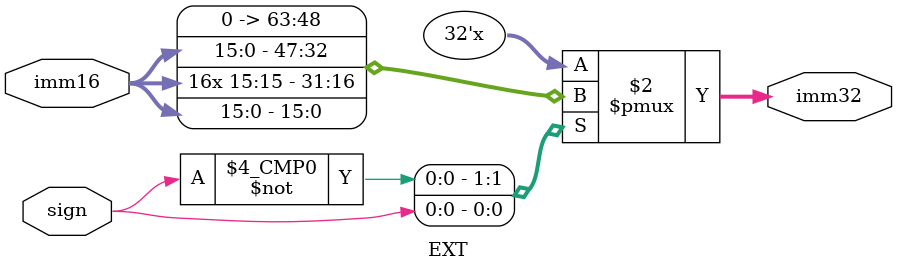
<source format=v>
`timescale 1ns / 1ps
module EXT(
    input [15:0] imm16,
    input sign,
    output reg [31:0] imm32
    );
	always@(*) begin
		case(sign)		//signed ext or not
			0 : 
				imm32 = {16'h0, imm16};		// not sign
			1 :
				imm32 = {{16{imm16[15]}}, imm16};		// sign
			default :
				imm32 = 0;
		
		endcase
	end

endmodule

</source>
